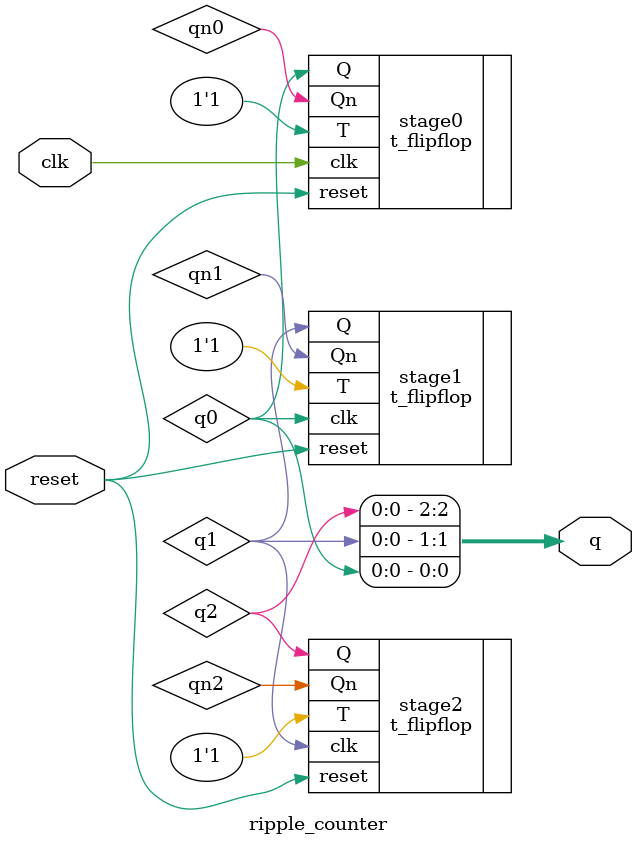
<source format=v>
module ripple_counter(
    input        clk,    // input clock
    input        reset,  // reset 
    output [2:0] q       // outputs
);
    wire q0, q1, q2;
    wire qn0, qn1, qn2;

   

    // Stage 0
    t_flipflop stage0 (
        .T   (1'b1),
        .clk (clk),
        .reset (reset),
        .Q   (q0),
        .Qn  (qn0)
    );

    // Stage 1
    t_flipflop stage1 (
        .T   (1'b1),
        .clk (q0),
        .reset (reset),
        .Q   (q1),
        .Qn  (qn1)
    );

    // Stage 2
    t_flipflop stage2 (
        .T   (1'b1),
        .clk (q1),
        .reset (reset),
        .Q   (q2),
        .Qn  (qn2)
    );

    assign q = {q2, q1, q0};

endmodule

</source>
